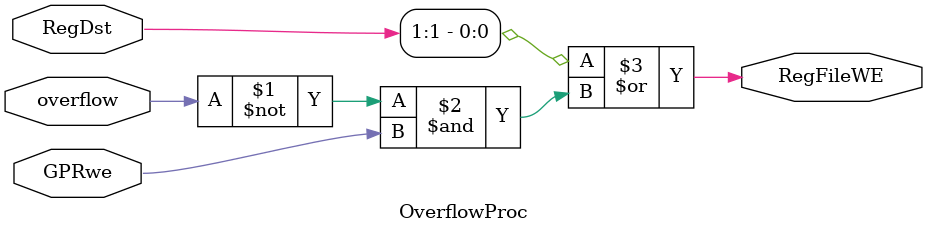
<source format=v>
module OverflowProc (
    input wire[1:0] RegDst,
    input wire overflow,
    input wire GPRwe,

    output wire RegFileWE
);
    assign RegFileWE = RegDst[1] | (~overflow & GPRwe);
endmodule
</source>
